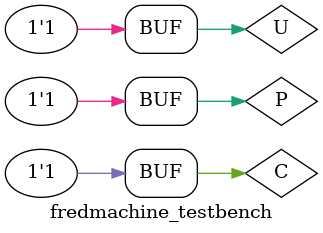
<source format=sv>
module fredmachine(U, P, C, HEX0, HEX1, HEX2, HEX3, HEX4, HEX5);
	input logic U, P, C;
	output logic [6:0] HEX0, HEX1, HEX2, HEX3, HEX4, HEX5;
	
	always_comb begin
		case({U, P, C})
			3'b000: begin // Bed
				HEX5 = 7'b0000011;
				HEX4 = 7'b0000110;
				HEX3 = 7'b0100001;
				HEX2 = 7'b1111111;
				HEX1 = 7'b0001111;
				HEX0 = 7'b0111011;
			end
			3'b001: begin // pot
				HEX5 = 7'b0001100;
				HEX4 = 7'b0100011;
				HEX3 = 7'b0000111;
				HEX2 = 7'b1111111;
				HEX1 = 7'b1000111;
				HEX0 = 7'b1110001;
			end
			3'b011: begin // cap
				HEX5 = 7'b1000110;
				HEX4 = 7'b0001000;
				HEX3 = 7'b0001100;
				HEX2 = 7'b1111111;
				HEX1 = 7'b0011100;
				HEX0 = 7'b0111111;
			end
			3'b100: begin // ball
				HEX5 = 7'b0000011;
				HEX4 = 7'b0001000;
				HEX3 = 7'b1001001;
				HEX2 = 7'b1111111;
				HEX1 = 7'b1111111;
				HEX0 = 7'b0100011;
			end
			3'b101: begin // rug
				HEX5 = 7'b0101111;
				HEX4 = 7'b1100011;
				HEX3 = 7'b1000010;
				HEX2 = 7'b1111111;
				HEX1 = 7'b1000110;
				HEX0 = 7'b1110000;
			end
			3'b110: begin // pipe
				HEX5 = 7'b0001100;
				HEX4 = 7'b1101111;
				HEX3 = 7'b0001100;
				HEX2 = 7'b0000110;
				HEX1 = 7'b1111111;
				HEX0 = 7'b1001111;
			end
			default: begin
				HEX5 = 7'bX;
				HEX4 = 7'bX;
				HEX3 = 7'bX;
				HEX2 = 7'bX;
				HEX1 = 7'bX;
				HEX0 = 7'bX;
			end
		endcase
	end
endmodule

module fredmachine_testbench();
	logic U, P, C;
	logic [6:0] HEX0, HEX1, HEX2, HEX3, HEX4, HEX5;
	
	fredmachine dut (.U, .P, .C, .HEX0, .HEX1, .HEX2, .HEX3, .HEX4, .HEX5);
	
	initial begin
		for(integer i = 0; i < 8; i++) begin
			{U, P, C} = i;
			#10;
		end
	end
endmodule
	
</source>
